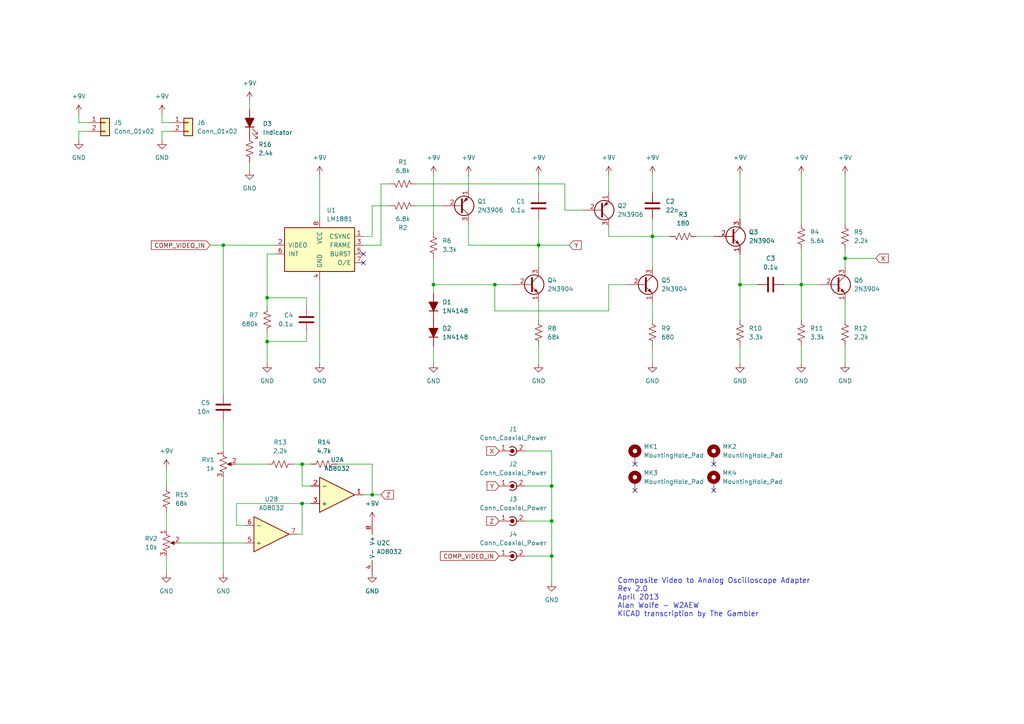
<source format=kicad_sch>
(kicad_sch (version 20211123) (generator eeschema)
  (paper "A4")
  (lib_symbols
    (symbol "Connector:Conn_Coaxial_Power" (pin_names (offset 1.016) hide)
      (property "Reference" "J" (at -5.08 -1.27 90))
      (property "Value" "Conn_Coaxial_Power" (at -3.175 -1.27 90))
      (symbol "Conn_Coaxial_Power_0_1"
        (arc (start -1.27 -1.27) (mid 0 -2.54) (end 1.27 -1.27) (stroke (width 0.254)))
        (arc (start -1.016 -0.508) (mid -1.2048 -0.8684) (end -1.27 -1.27) (stroke (width 0.254)))
        (circle (center 0 -1.27) (radius 0.508) (stroke (width 0.2032)) (fill (type outline)))
        (polyline (pts (xy 0 -2.54) (xy 0 -3.048)))
        (polyline (pts (xy 0 0) (xy 0 -1.27)))
        (arc (start 1.27 -1.27) (mid 1.2048 -0.8684) (end 1.016 -0.508) (stroke (width 0.254)))
      )
      (symbol "Conn_Coaxial_Power_1_1"
        (pin passive line (at 0 2.54 270) (length 2.54) (name "In") (number "1"))
        (pin passive line (at 0 -5.08 90) (length 2.54) (name "Ext") (number "2"))
      )
    )
    (symbol "Connector_Generic:Conn_01x02" (pin_names (offset 1.016) hide)
      (property "Reference" "J" (at 0 2.54 0))
      (property "Value" "Conn_01x02" (at 0 -5.08 0))
      (symbol "Conn_01x02_1_1"
        (rectangle (start -1.27 -2.413) (end 0 -2.667) (stroke (width 0.1524)))
        (rectangle (start -1.27 0.127) (end 0 -0.127) (stroke (width 0.1524)))
        (rectangle (start -1.27 1.27) (end 1.27 -3.81) (stroke (width 0.254)) (fill (type background)))
        (pin passive line (at -5.08 0 0) (length 3.81) (name "Pin_1") (number "1"))
        (pin passive line (at -5.08 -2.54 0) (length 3.81) (name "Pin_2") (number "2"))
      )
    )
    (symbol "Device:C" (pin_numbers hide) (pin_names (offset 0.254))
      (property "Reference" "C" (at 0.635 2.54 0))
      (property "Value" "C" (at 0.635 -2.54 0))
      (symbol "C_0_1"
        (polyline (pts (xy -2.032 -0.762) (xy 2.032 -0.762)) (stroke (width 0.508)))
        (polyline (pts (xy -2.032 0.762) (xy 2.032 0.762)) (stroke (width 0.508)))
      )
      (symbol "C_1_1"
        (pin passive line (at 0 3.81 270) (length 2.794) (name "~") (number "1"))
        (pin passive line (at 0 -3.81 90) (length 2.794) (name "~") (number "2"))
      )
    )
    (symbol "Device:D_Filled" (pin_numbers hide) (pin_names (offset 1.016) hide)
      (property "Reference" "D" (at 0 2.54 0))
      (property "Value" "D_Filled" (at 0 -2.54 0))
      (symbol "D_Filled_0_1"
        (polyline (pts (xy -1.27 1.27) (xy -1.27 -1.27)) (stroke (width 0.254)))
        (polyline (pts (xy 1.27 0) (xy -1.27 0)))
        (polyline (pts (xy 1.27 1.27) (xy 1.27 -1.27) (xy -1.27 0) (xy 1.27 1.27)) (stroke (width 0.254)) (fill (type outline)))
      )
      (symbol "D_Filled_1_1"
        (pin passive line (at -3.81 0 0) (length 2.54) (name "K") (number "1"))
        (pin passive line (at 3.81 0 180) (length 2.54) (name "A") (number "2"))
      )
    )
    (symbol "Device:LED_Filled" (pin_numbers hide) (pin_names (offset 1.016) hide)
      (property "Reference" "D" (at 0 2.54 0))
      (property "Value" "LED_Filled" (at 0 -2.54 0))
      (symbol "LED_Filled_0_1"
        (polyline (pts (xy -1.27 -1.27) (xy -1.27 1.27)) (stroke (width 0.254)))
        (polyline (pts (xy -1.27 0) (xy 1.27 0)))
        (polyline (pts (xy 1.27 -1.27) (xy 1.27 1.27) (xy -1.27 0) (xy 1.27 -1.27)) (stroke (width 0.254)) (fill (type outline)))
        (polyline (pts (xy -3.048 -0.762) (xy -4.572 -2.286) (xy -3.81 -2.286) (xy -4.572 -2.286) (xy -4.572 -1.524)))
        (polyline (pts (xy -1.778 -0.762) (xy -3.302 -2.286) (xy -2.54 -2.286) (xy -3.302 -2.286) (xy -3.302 -1.524)))
      )
      (symbol "LED_Filled_1_1"
        (pin passive line (at -3.81 0 0) (length 2.54) (name "K") (number "1"))
        (pin passive line (at 3.81 0 180) (length 2.54) (name "A") (number "2"))
      )
    )
    (symbol "Device:Opamp_Dual"
      (property "Reference" "U" (at 0 5.08 0))
      (property "Value" "Opamp_Dual" (at 0 -5.08 0))
      (symbol "Opamp_Dual_1_1"
        (polyline (pts (xy -5.08 5.08) (xy 5.08 0) (xy -5.08 -5.08) (xy -5.08 5.08)) (stroke (width 0.254)) (fill (type background)))
        (pin output line (at 7.62 0 180) (length 2.54) (name "~") (number "1"))
        (pin input line (at -7.62 -2.54 0) (length 2.54) (name "-") (number "2"))
        (pin input line (at -7.62 2.54 0) (length 2.54) (name "+") (number "3"))
      )
      (symbol "Opamp_Dual_2_1"
        (polyline (pts (xy -5.08 5.08) (xy 5.08 0) (xy -5.08 -5.08) (xy -5.08 5.08)) (stroke (width 0.254)) (fill (type background)))
        (pin input line (at -7.62 2.54 0) (length 2.54) (name "+") (number "5"))
        (pin input line (at -7.62 -2.54 0) (length 2.54) (name "-") (number "6"))
        (pin output line (at 7.62 0 180) (length 2.54) (name "~") (number "7"))
      )
      (symbol "Opamp_Dual_3_1"
        (pin power_in line (at -2.54 -7.62 90) (length 3.81) (name "V-") (number "4"))
        (pin power_in line (at -2.54 7.62 270) (length 3.81) (name "V+") (number "8"))
      )
    )
    (symbol "Device:R_Potentiometer_US" (pin_names (offset 1.016) hide)
      (property "Reference" "RV" (at -4.445 0 90))
      (property "Value" "R_Potentiometer_US" (at -2.54 0 90))
      (symbol "R_Potentiometer_US_0_1"
        (polyline (pts (xy 0 -2.286) (xy 0 -2.54)))
        (polyline (pts (xy 0 2.54) (xy 0 2.286)))
        (polyline (pts (xy 2.54 0) (xy 1.524 0)))
        (polyline (pts (xy 1.143 0) (xy 2.286 0.508) (xy 2.286 -0.508) (xy 1.143 0)) (fill (type outline)))
        (polyline (pts (xy 0 -0.762) (xy 1.016 -1.143) (xy 0 -1.524) (xy -1.016 -1.905) (xy 0 -2.286)))
        (polyline (pts (xy 0 0.762) (xy 1.016 0.381) (xy 0 0) (xy -1.016 -0.381) (xy 0 -0.762)))
        (polyline (pts (xy 0 2.286) (xy 1.016 1.905) (xy 0 1.524) (xy -1.016 1.143) (xy 0 0.762)))
      )
      (symbol "R_Potentiometer_US_1_1"
        (pin passive line (at 0 3.81 270) (length 1.27) (name "1") (number "1"))
        (pin passive line (at 3.81 0 180) (length 1.27) (name "2") (number "2"))
        (pin passive line (at 0 -3.81 90) (length 1.27) (name "3") (number "3"))
      )
    )
    (symbol "Device:R_US" (pin_numbers hide) (pin_names (offset 0))
      (property "Reference" "R" (at 2.54 0 90))
      (property "Value" "R_US" (at -2.54 0 90))
      (symbol "R_US_0_1"
        (polyline (pts (xy 0 -2.286) (xy 0 -2.54)))
        (polyline (pts (xy 0 2.286) (xy 0 2.54)))
        (polyline (pts (xy 0 -0.762) (xy 1.016 -1.143) (xy 0 -1.524) (xy -1.016 -1.905) (xy 0 -2.286)))
        (polyline (pts (xy 0 0.762) (xy 1.016 0.381) (xy 0 0) (xy -1.016 -0.381) (xy 0 -0.762)))
        (polyline (pts (xy 0 2.286) (xy 1.016 1.905) (xy 0 1.524) (xy -1.016 1.143) (xy 0 0.762)))
      )
      (symbol "R_US_1_1"
        (pin passive line (at 0 3.81 270) (length 1.27) (name "~") (number "1"))
        (pin passive line (at 0 -3.81 90) (length 1.27) (name "~") (number "2"))
      )
    )
    (symbol "Mechanical:MountingHole_Pad" (pin_numbers hide) (pin_names (offset 1.016) hide)
      (property "Reference" "H" (at 0 6.35 0))
      (property "Value" "MountingHole_Pad" (at 0 4.445 0))
      (symbol "MountingHole_Pad_0_1"
        (circle (center 0 1.27) (radius 1.27) (stroke (width 1.27)))
      )
      (symbol "MountingHole_Pad_1_1"
        (pin input line (at 0 -2.54 90) (length 2.54) (name "1") (number "1"))
      )
    )
    (symbol "Transistor_BJT:2N3904" (pin_names (offset 0) hide)
      (property "Reference" "Q" (at 5.08 1.905 0))
      (property "Value" "2N3904" (at 5.08 0 0))
      (symbol "2N3904_0_1"
        (polyline (pts (xy 0.635 0.635) (xy 2.54 2.54)))
        (polyline (pts (xy 0.635 -0.635) (xy 2.54 -2.54) (xy 2.54 -2.54)))
        (polyline (pts (xy 0.635 1.905) (xy 0.635 -1.905) (xy 0.635 -1.905)) (stroke (width 0.508)))
        (polyline (pts (xy 1.27 -1.778) (xy 1.778 -1.27) (xy 2.286 -2.286) (xy 1.27 -1.778) (xy 1.27 -1.778)) (fill (type outline)))
        (circle (center 1.27 0) (radius 2.8194) (stroke (width 0.254)))
      )
      (symbol "2N3904_1_1"
        (pin passive line (at 2.54 -5.08 90) (length 2.54) (name "E") (number "1"))
        (pin passive line (at -5.08 0 0) (length 5.715) (name "B") (number "2"))
        (pin passive line (at 2.54 5.08 270) (length 2.54) (name "C") (number "3"))
      )
    )
    (symbol "Transistor_BJT:2N3906" (pin_names (offset 0) hide)
      (property "Reference" "Q" (at 5.08 1.905 0))
      (property "Value" "2N3906" (at 5.08 0 0))
      (symbol "2N3906_0_1"
        (polyline (pts (xy 0.635 0.635) (xy 2.54 2.54)))
        (polyline (pts (xy 0.635 -0.635) (xy 2.54 -2.54) (xy 2.54 -2.54)))
        (polyline (pts (xy 0.635 1.905) (xy 0.635 -1.905) (xy 0.635 -1.905)) (stroke (width 0.508)))
        (polyline (pts (xy 2.286 -1.778) (xy 1.778 -2.286) (xy 1.27 -1.27) (xy 2.286 -1.778) (xy 2.286 -1.778)) (fill (type outline)))
        (circle (center 1.27 0) (radius 2.8194) (stroke (width 0.254)))
      )
      (symbol "2N3906_1_1"
        (pin passive line (at 2.54 -5.08 90) (length 2.54) (name "E") (number "1"))
        (pin input line (at -5.08 0 0) (length 5.715) (name "B") (number "2"))
        (pin passive line (at 2.54 5.08 270) (length 2.54) (name "C") (number "3"))
      )
    )
    (symbol "Video:LM1881" (pin_names (offset 1.016))
      (property "Reference" "U" (at -8.89 8.89 0))
      (property "Value" "LM1881" (at 6.35 8.89 0))
      (symbol "LM1881_0_1"
        (rectangle (start -10.16 7.62) (end 10.16 -5.08) (stroke (width 0.254)) (fill (type background)))
      )
      (symbol "LM1881_1_1"
        (pin output line (at 12.7 5.08 180) (length 2.54) (name "CSYNC") (number "1"))
        (pin input line (at -12.7 2.54 0) (length 2.54) (name "VIDEO") (number "2"))
        (pin output line (at 12.7 2.54 180) (length 2.54) (name "FRAME") (number "3"))
        (pin power_in line (at 0 -7.62 90) (length 2.54) (name "GND") (number "4"))
        (pin output line (at 12.7 0 180) (length 2.54) (name "BURST") (number "5"))
        (pin input line (at -12.7 0 0) (length 2.54) (name "INT") (number "6"))
        (pin output line (at 12.7 -2.54 180) (length 2.54) (name "O/E") (number "7"))
        (pin power_in line (at 0 10.16 270) (length 2.54) (name "VCC") (number "8"))
      )
    )
    (symbol "power:+9V" (power) (pin_names (offset 0))
      (property "Value" "+9V" (at 0 3.556 0))
      (symbol "+9V_0_1"
        (polyline (pts (xy -0.762 1.27) (xy 0 2.54)))
        (polyline (pts (xy 0 0) (xy 0 2.54)))
        (polyline (pts (xy 0 2.54) (xy 0.762 1.27)))
      )
      (symbol "+9V_1_1"
        (pin power_in line (at 0 0 90) (length 0) hide (name "+9V") (number "1"))
      )
    )
    (symbol "power:GND" (power) (pin_names (offset 0))
      (property "Value" "GND" (at 0 -3.81 0))
      (symbol "GND_0_1"
        (polyline (pts (xy 0 0) (xy 0 -1.27) (xy 1.27 -1.27) (xy 0 -2.54) (xy -1.27 -1.27) (xy 0 -1.27)))
      )
      (symbol "GND_1_1"
        (pin power_in line (at 0 0 270) (length 0) hide (name "GND") (number "1"))
      )
    )
  )
  (junction (at 160.02 151.13))
  (junction (at 64.77 71.12))
  (junction (at 77.47 99.06))
  (junction (at 107.95 143.51))
  (junction (at 214.63 82.55))
  (junction (at 87.63 134.62))
  (junction (at 125.73 82.55))
  (junction (at 87.63 146.05))
  (junction (at 77.47 86.36))
  (junction (at 232.41 82.55))
  (junction (at 160.02 140.97))
  (junction (at 245.11 74.93))
  (junction (at 156.21 71.12))
  (junction (at 160.02 161.29))
  (junction (at 143.51 82.55))
  (junction (at 189.23 68.58))
  (no_connect (at 105.41 76.2))
  (no_connect (at 105.41 73.66))
  (no_connect (at 207.01 142.24))
  (no_connect (at 184.15 142.24))
  (no_connect (at 184.15 134.62))
  (no_connect (at 207.01 134.62))
  (wire (pts (xy 105.41 68.58) (xy 107.95 68.58)))
  (wire (pts (xy 214.63 82.55) (xy 214.63 92.71)))
  (wire (pts (xy 85.09 134.62) (xy 87.63 134.62)))
  (wire (pts (xy 189.23 50.8) (xy 189.23 55.88)))
  (wire (pts (xy 120.65 53.34) (xy 163.83 53.34)))
  (wire (pts (xy 201.93 68.58) (xy 207.01 68.58)))
  (wire (pts (xy 152.4 130.81) (xy 160.02 130.81)))
  (wire (pts (xy 72.39 29.21) (xy 72.39 31.75)))
  (wire (pts (xy 48.26 148.59) (xy 48.26 153.67)))
  (wire (pts (xy 245.11 100.33) (xy 245.11 105.41)))
  (wire (pts (xy 156.21 71.12) (xy 156.21 77.47)))
  (wire (pts (xy 22.86 35.56) (xy 25.4 35.56)))
  (wire (pts (xy 22.86 33.02) (xy 22.86 35.56)))
  (wire (pts (xy 160.02 151.13) (xy 160.02 161.29)))
  (wire (pts (xy 214.63 100.33) (xy 214.63 105.41)))
  (wire (pts (xy 46.99 33.02) (xy 46.99 35.56)))
  (wire (pts (xy 105.41 71.12) (xy 110.49 71.12)))
  (wire (pts (xy 189.23 63.5) (xy 189.23 68.58)))
  (wire (pts (xy 107.95 143.51) (xy 105.41 143.51)))
  (wire (pts (xy 163.83 60.96) (xy 163.83 53.34)))
  (wire (pts (xy 152.4 161.29) (xy 160.02 161.29)))
  (wire (pts (xy 245.11 74.93) (xy 254 74.93)))
  (wire (pts (xy 156.21 100.33) (xy 156.21 105.41)))
  (wire (pts (xy 152.4 140.97) (xy 160.02 140.97)))
  (wire (pts (xy 88.9 96.52) (xy 88.9 99.06)))
  (wire (pts (xy 189.23 100.33) (xy 189.23 105.41)))
  (wire (pts (xy 88.9 99.06) (xy 77.47 99.06)))
  (wire (pts (xy 77.47 99.06) (xy 77.47 105.41)))
  (wire (pts (xy 232.41 82.55) (xy 232.41 92.71)))
  (wire (pts (xy 160.02 140.97) (xy 160.02 151.13)))
  (wire (pts (xy 245.11 72.39) (xy 245.11 74.93)))
  (wire (pts (xy 88.9 86.36) (xy 77.47 86.36)))
  (wire (pts (xy 46.99 35.56) (xy 49.53 35.56)))
  (wire (pts (xy 214.63 50.8) (xy 214.63 63.5)))
  (wire (pts (xy 152.4 151.13) (xy 160.02 151.13)))
  (wire (pts (xy 135.89 71.12) (xy 156.21 71.12)))
  (wire (pts (xy 120.65 59.69) (xy 128.27 59.69)))
  (wire (pts (xy 176.53 66.04) (xy 176.53 68.58)))
  (wire (pts (xy 125.73 50.8) (xy 125.73 67.31)))
  (wire (pts (xy 90.17 140.97) (xy 87.63 140.97)))
  (wire (pts (xy 64.77 121.92) (xy 64.77 130.81)))
  (wire (pts (xy 232.41 100.33) (xy 232.41 105.41)))
  (wire (pts (xy 64.77 71.12) (xy 80.01 71.12)))
  (wire (pts (xy 68.58 152.4) (xy 68.58 146.05)))
  (wire (pts (xy 48.26 161.29) (xy 48.26 166.37)))
  (wire (pts (xy 125.73 74.93) (xy 125.73 82.55)))
  (wire (pts (xy 72.39 46.99) (xy 72.39 49.53)))
  (wire (pts (xy 232.41 72.39) (xy 232.41 82.55)))
  (wire (pts (xy 232.41 82.55) (xy 237.49 82.55)))
  (wire (pts (xy 176.53 82.55) (xy 176.53 90.17)))
  (wire (pts (xy 107.95 134.62) (xy 107.95 143.51)))
  (wire (pts (xy 245.11 87.63) (xy 245.11 92.71)))
  (wire (pts (xy 110.49 53.34) (xy 113.03 53.34)))
  (wire (pts (xy 181.61 82.55) (xy 176.53 82.55)))
  (wire (pts (xy 52.07 157.48) (xy 71.12 157.48)))
  (wire (pts (xy 232.41 50.8) (xy 232.41 64.77)))
  (wire (pts (xy 160.02 130.81) (xy 160.02 140.97)))
  (wire (pts (xy 176.53 50.8) (xy 176.53 55.88)))
  (wire (pts (xy 214.63 73.66) (xy 214.63 82.55)))
  (wire (pts (xy 156.21 71.12) (xy 165.1 71.12)))
  (wire (pts (xy 125.73 82.55) (xy 143.51 82.55)))
  (wire (pts (xy 22.86 38.1) (xy 22.86 40.64)))
  (wire (pts (xy 110.49 71.12) (xy 110.49 53.34)))
  (wire (pts (xy 189.23 68.58) (xy 189.23 77.47)))
  (wire (pts (xy 143.51 82.55) (xy 148.59 82.55)))
  (wire (pts (xy 87.63 154.94) (xy 86.36 154.94)))
  (wire (pts (xy 92.71 81.28) (xy 92.71 105.41)))
  (wire (pts (xy 160.02 161.29) (xy 160.02 168.91)))
  (wire (pts (xy 46.99 38.1) (xy 46.99 40.64)))
  (wire (pts (xy 25.4 38.1) (xy 22.86 38.1)))
  (wire (pts (xy 48.26 135.89) (xy 48.26 140.97)))
  (wire (pts (xy 125.73 100.33) (xy 125.73 105.41)))
  (wire (pts (xy 168.91 60.96) (xy 163.83 60.96)))
  (wire (pts (xy 227.33 82.55) (xy 232.41 82.55)))
  (wire (pts (xy 80.01 73.66) (xy 77.47 73.66)))
  (wire (pts (xy 71.12 152.4) (xy 68.58 152.4)))
  (wire (pts (xy 49.53 38.1) (xy 46.99 38.1)))
  (wire (pts (xy 77.47 86.36) (xy 77.47 88.9)))
  (wire (pts (xy 90.17 146.05) (xy 87.63 146.05)))
  (wire (pts (xy 77.47 96.52) (xy 77.47 99.06)))
  (wire (pts (xy 214.63 82.55) (xy 219.71 82.55)))
  (wire (pts (xy 68.58 146.05) (xy 87.63 146.05)))
  (wire (pts (xy 107.95 68.58) (xy 107.95 59.69)))
  (wire (pts (xy 156.21 63.5) (xy 156.21 71.12)))
  (wire (pts (xy 92.71 50.8) (xy 92.71 63.5)))
  (wire (pts (xy 87.63 146.05) (xy 87.63 154.94)))
  (wire (pts (xy 87.63 134.62) (xy 90.17 134.62)))
  (wire (pts (xy 68.58 134.62) (xy 77.47 134.62)))
  (wire (pts (xy 87.63 134.62) (xy 87.63 140.97)))
  (wire (pts (xy 189.23 68.58) (xy 194.31 68.58)))
  (wire (pts (xy 245.11 74.93) (xy 245.11 77.47)))
  (wire (pts (xy 64.77 138.43) (xy 64.77 166.37)))
  (wire (pts (xy 143.51 90.17) (xy 143.51 82.55)))
  (wire (pts (xy 156.21 50.8) (xy 156.21 55.88)))
  (wire (pts (xy 97.79 134.62) (xy 107.95 134.62)))
  (wire (pts (xy 156.21 87.63) (xy 156.21 92.71)))
  (wire (pts (xy 176.53 90.17) (xy 143.51 90.17)))
  (wire (pts (xy 88.9 88.9) (xy 88.9 86.36)))
  (wire (pts (xy 176.53 68.58) (xy 189.23 68.58)))
  (wire (pts (xy 60.96 71.12) (xy 64.77 71.12)))
  (wire (pts (xy 64.77 71.12) (xy 64.77 114.3)))
  (wire (pts (xy 77.47 73.66) (xy 77.47 86.36)))
  (wire (pts (xy 125.73 82.55) (xy 125.73 85.09)))
  (wire (pts (xy 107.95 143.51) (xy 110.49 143.51)))
  (wire (pts (xy 135.89 64.77) (xy 135.89 71.12)))
  (wire (pts (xy 189.23 87.63) (xy 189.23 92.71)))
  (wire (pts (xy 107.95 59.69) (xy 113.03 59.69)))
  (wire (pts (xy 135.89 50.8) (xy 135.89 54.61)))
  (wire (pts (xy 245.11 50.8) (xy 245.11 64.77)))
  (text "Composite Video to Analog Oscilloscope Adapter\nRev 2.0\nApril 2013\nAlan Wolfe - W2AEW\nKiCAD transcription by The Gambler" (at 179.07 179.07 0) (effects (font (size 1.5 1.5)) (justify left bottom)))
  (global_label "COMP_VIDEO_IN" (shape input) (at 60.96 71.12 180) (property "Intersheet References" "${INTERSHEET_REFS}" (effects hide)))
  (global_label "X" (shape input) (at 254 74.93 0) (property "Intersheet References" "${INTERSHEET_REFS}" (effects hide)))
  (global_label "COMP_VIDEO_IN" (shape input) (at 144.78 161.29 180) (property "Intersheet References" "${INTERSHEET_REFS}" (effects hide)))
  (global_label "Y" (shape input) (at 165.1 71.12 0) (property "Intersheet References" "${INTERSHEET_REFS}" (effects hide)))
  (global_label "Y" (shape input) (at 144.78 140.97 180) (property "Intersheet References" "${INTERSHEET_REFS}" (effects hide)))
  (global_label "Z" (shape input) (at 110.49 143.51 0) (property "Intersheet References" "${INTERSHEET_REFS}" (effects hide)))
  (global_label "X" (shape input) (at 144.78 130.81 180) (property "Intersheet References" "${INTERSHEET_REFS}" (effects hide)))
  (global_label "Z" (shape input) (at 144.78 151.13 180) (property "Intersheet References" "${INTERSHEET_REFS}" (effects hide)))
  (symbol (lib_id "power:+9V") (at 135.89 50.8 0) (unit 1)
    (property "Reference" "#PWR0104" (effects hide))
    (property "Value" "+9V" (at 135.89 45.72 0))
  )
  (symbol (lib_id "power:+9V") (at 48.26 135.89 0) (unit 1)
    (property "Reference" "#PWR0108" (effects hide))
    (property "Value" "+9V" (at 48.26 130.81 0))
  )
  (symbol (lib_id "power:GND") (at 92.71 105.41 0) (unit 1)
    (property "Reference" "#PWR0122" (effects hide))
    (property "Value" "GND" (at 92.71 110.49 0))
  )
  (symbol (lib_id "power:GND") (at 46.99 40.64 0) (unit 1)
    (property "Reference" "#PWR0124" (effects hide))
    (property "Value" "GND" (at 46.99 45.72 0))
  )
  (symbol (lib_id "Device:R_US") (at 116.84 59.69 90) (mirror x) (unit 1)
    (property "Reference" "R2" (at 116.84 66.04 90))
    (property "Value" "6.8k" (at 116.84 63.5 90))
    (property "Footprint" "Resistor_SMD:R_0805_2012Metric_Pad1.20x1.40mm_HandSolder" (effects hide))
  )
  (symbol (lib_id "Device:C") (at 88.9 92.71 0) (mirror x) (unit 1)
    (property "Reference" "C4" (at 85.09 91.4399 0) (effects (justify right)))
    (property "Value" "0.1u" (at 85.09 93.9799 0) (effects (justify right)))
    (property "Footprint" "Capacitor_SMD:C_0805_2012Metric_Pad1.18x1.45mm_HandSolder" (effects hide))
  )
  (symbol (lib_id "power:GND") (at 48.26 166.37 0) (unit 1)
    (property "Reference" "#PWR0109" (effects hide))
    (property "Value" "GND" (at 48.26 171.45 0))
  )
  (symbol (lib_id "power:GND") (at 64.77 166.37 0) (unit 1)
    (property "Reference" "#PWR0110" (effects hide))
    (property "Value" "GND" (at 64.77 171.45 0))
  )
  (symbol (lib_id "power:+9V") (at 72.39 29.21 0) (unit 1)
    (property "Reference" "#PWR0127" (effects hide))
    (property "Value" "+9V" (at 72.39 24.13 0))
  )
  (symbol (lib_id "power:+9V") (at 46.99 33.02 0) (unit 1)
    (property "Reference" "#PWR0125" (effects hide))
    (property "Value" "+9V" (at 46.99 27.94 0))
  )
  (symbol (lib_id "Device:R_US") (at 232.41 96.52 0) (unit 1)
    (property "Reference" "R11" (at 234.95 95.2499 0) (effects (justify left)))
    (property "Value" "3.3k" (at 234.95 97.7899 0) (effects (justify left)))
    (property "Footprint" "Resistor_SMD:R_0805_2012Metric_Pad1.20x1.40mm_HandSolder" (effects hide))
  )
  (symbol (lib_id "Connector_Generic:Conn_01x02") (at 54.61 35.56 0) (unit 1)
    (property "Reference" "J6" (at 57.15 35.5599 0) (effects (justify left)))
    (property "Value" "Conn_01x02" (at 57.15 38.0999 0) (effects (justify left)))
    (property "Footprint" "Connector_BarrelJack:BarrelJack_CUI_PJ-063AH_Horizontal" (effects hide))
  )
  (symbol (lib_id "Device:C") (at 189.23 59.69 180) (unit 1)
    (property "Reference" "C2" (at 193.04 58.4199 0) (effects (justify right)))
    (property "Value" "22n" (at 193.04 60.9599 0) (effects (justify right)))
    (property "Footprint" "Capacitor_SMD:C_0805_2012Metric_Pad1.18x1.45mm_HandSolder" (effects hide))
  )
  (symbol (lib_id "power:+9V") (at 22.86 33.02 0) (unit 1)
    (property "Reference" "#PWR0128" (effects hide))
    (property "Value" "+9V" (at 22.86 27.94 0))
  )
  (symbol (lib_id "Device:C") (at 64.77 118.11 0) (mirror x) (unit 1)
    (property "Reference" "C5" (at 60.96 116.8399 0) (effects (justify right)))
    (property "Value" "10n" (at 60.96 119.3799 0) (effects (justify right)))
    (property "Footprint" "Capacitor_SMD:C_0805_2012Metric_Pad1.18x1.45mm_HandSolder" (effects hide))
  )
  (symbol (lib_id "Device:R_US") (at 214.63 96.52 0) (unit 1)
    (property "Reference" "R10" (at 217.17 95.2499 0) (effects (justify left)))
    (property "Value" "3.3k" (at 217.17 97.7899 0) (effects (justify left)))
    (property "Footprint" "Resistor_SMD:R_0805_2012Metric_Pad1.20x1.40mm_HandSolder" (effects hide))
  )
  (symbol (lib_id "power:+9V") (at 92.71 50.8 0) (unit 1)
    (property "Reference" "#PWR0101" (effects hide))
    (property "Value" "+9V" (at 92.71 45.72 0))
  )
  (symbol (lib_id "power:GND") (at 107.95 166.37 0) (unit 1)
    (property "Reference" "#PWR0111" (effects hide))
    (property "Value" "GND" (at 107.95 171.45 0))
  )
  (symbol (lib_id "Connector_Generic:Conn_01x02") (at 30.48 35.56 0) (unit 1)
    (property "Reference" "J5" (at 33.02 35.5599 0) (effects (justify left)))
    (property "Value" "Conn_01x02" (at 33.02 38.0999 0) (effects (justify left)))
    (property "Footprint" "Connector_Molex:Molex_KK-396_A-41791-0002_1x02_P3.96mm_Vertical" (effects hide))
  )
  (symbol (lib_id "power:+9V") (at 107.95 151.13 0) (unit 1)
    (property "Reference" "#PWR0112" (effects hide))
    (property "Value" "+9V" (at 107.95 146.05 0))
  )
  (symbol (lib_id "Mechanical:MountingHole_Pad") (at 207.01 132.08 0) (unit 1)
    (property "Reference" "MK2" (at 209.55 129.5399 0) (effects (justify left)))
    (property "Value" "MountingHole_Pad" (at 209.55 132.0799 0) (effects (justify left)))
    (property "Footprint" "Mounting_Holes:MountingHole_3.2mm_M3_ISO7380" (effects hide))
  )
  (symbol (lib_id "Device:C") (at 223.52 82.55 90) (unit 1)
    (property "Reference" "C3" (at 223.52 74.93 90))
    (property "Value" "0.1u" (at 223.52 77.47 90))
    (property "Footprint" "Capacitor_SMD:C_0805_2012Metric_Pad1.18x1.45mm_HandSolder" (effects hide))
  )
  (symbol (lib_id "power:GND") (at 72.39 49.53 0) (unit 1)
    (property "Reference" "#PWR0126" (effects hide))
    (property "Value" "GND" (at 72.39 54.61 0))
  )
  (symbol (lib_id "Transistor_BJT:2N3906") (at 173.99 60.96 0) (mirror x) (unit 1)
    (property "Reference" "Q2" (at 179.07 59.6899 0) (effects (justify left)))
    (property "Value" "2N3906" (at 179.07 62.2299 0) (effects (justify left)))
    (property "Footprint" "Package_TO_SOT_SMD:SOT-23" (effects hide))
    (property "Datasheet" "https://www.onsemi.com/pub/Collateral/2N3906-D.PDF" (effects hide))
  )
  (symbol (lib_id "Device:R_US") (at 77.47 92.71 0) (mirror x) (unit 1)
    (property "Reference" "R7" (at 74.93 91.4399 0) (effects (justify right)))
    (property "Value" "680k" (at 74.93 93.9799 0) (effects (justify right)))
    (property "Footprint" "Resistor_SMD:R_0805_2012Metric_Pad1.20x1.40mm_HandSolder" (effects hide))
  )
  (symbol (lib_id "Device:R_US") (at 72.39 43.18 0) (unit 1)
    (property "Reference" "R16" (at 74.93 41.9099 0) (effects (justify left)))
    (property "Value" "2.4k" (at 74.93 44.4499 0) (effects (justify left)))
    (property "Footprint" "Resistor_SMD:R_0805_2012Metric_Pad1.20x1.40mm_HandSolder" (effects hide))
  )
  (symbol (lib_id "Device:R_US") (at 116.84 53.34 270) (mirror x) (unit 1)
    (property "Reference" "R1" (at 116.84 46.99 90))
    (property "Value" "6.8k" (at 116.84 49.53 90))
    (property "Footprint" "Resistor_SMD:R_0805_2012Metric_Pad1.20x1.40mm_HandSolder" (effects hide))
  )
  (symbol (lib_id "power:GND") (at 125.73 105.41 0) (unit 1)
    (property "Reference" "#PWR0107" (effects hide))
    (property "Value" "GND" (at 125.73 110.49 0))
  )
  (symbol (lib_id "Mechanical:MountingHole_Pad") (at 184.15 139.7 0) (unit 1)
    (property "Reference" "MK3" (at 186.69 137.1599 0) (effects (justify left)))
    (property "Value" "MountingHole_Pad" (at 186.69 139.6999 0) (effects (justify left)))
    (property "Footprint" "Mounting_Holes:MountingHole_3.2mm_M3_ISO7380" (effects hide))
  )
  (symbol (lib_id "Device:R_US") (at 198.12 68.58 270) (mirror x) (unit 1)
    (property "Reference" "R3" (at 198.12 62.23 90))
    (property "Value" "180" (at 198.12 64.77 90))
    (property "Footprint" "Resistor_SMD:R_0805_2012Metric_Pad1.20x1.40mm_HandSolder" (effects hide))
  )
  (symbol (lib_id "power:+9V") (at 125.73 50.8 0) (unit 1)
    (property "Reference" "#PWR0105" (effects hide))
    (property "Value" "+9V" (at 125.73 45.72 0))
  )
  (symbol (lib_id "Device:R_Potentiometer_US") (at 64.77 134.62 0) (unit 1)
    (property "Reference" "RV1" (at 62.23 133.3499 0) (effects (justify right)))
    (property "Value" "1k" (at 62.23 135.8899 0) (effects (justify right)))
    (property "Footprint" "Potentiometer_THT:Potentiometer_Piher_PC-16_Single_Vertical" (effects hide))
  )
  (symbol (lib_id "Device:Opamp_Dual") (at 78.74 154.94 0) (mirror x) (unit 2)
    (property "Reference" "U2" (at 78.74 144.78 0))
    (property "Value" "AD8032" (at 78.74 147.32 0))
    (property "Footprint" "Package_SO:SOIC-8_3.9x4.9mm_P1.27mm" (effects hide))
  )
  (symbol (lib_id "Device:R_US") (at 48.26 144.78 0) (unit 1)
    (property "Reference" "R15" (at 50.8 143.5099 0) (effects (justify left)))
    (property "Value" "68k" (at 50.8 146.0499 0) (effects (justify left)))
    (property "Footprint" "Resistor_SMD:R_0805_2012Metric_Pad1.20x1.40mm_HandSolder" (effects hide))
  )
  (symbol (lib_id "Transistor_BJT:2N3904") (at 212.09 68.58 0) (unit 1)
    (property "Reference" "Q3" (at 217.17 67.3099 0) (effects (justify left)))
    (property "Value" "2N3904" (at 217.17 69.8499 0) (effects (justify left)))
    (property "Footprint" "Package_TO_SOT_SMD:SOT-23" (effects hide))
    (property "Datasheet" "https://www.onsemi.com/pub/Collateral/2N3903-D.PDF" (effects hide))
  )
  (symbol (lib_id "Transistor_BJT:2N3904") (at 242.57 82.55 0) (unit 1)
    (property "Reference" "Q6" (at 247.65 81.2799 0) (effects (justify left)))
    (property "Value" "2N3904" (at 247.65 83.8199 0) (effects (justify left)))
    (property "Footprint" "Package_TO_SOT_SMD:SOT-23" (effects hide))
    (property "Datasheet" "https://www.onsemi.com/pub/Collateral/2N3903-D.PDF" (effects hide))
  )
  (symbol (lib_id "Device:R_US") (at 125.73 71.12 0) (unit 1)
    (property "Reference" "R6" (at 128.27 69.8499 0) (effects (justify left)))
    (property "Value" "3.3k" (at 128.27 72.3899 0) (effects (justify left)))
    (property "Footprint" "Resistor_SMD:R_0805_2012Metric_Pad1.20x1.40mm_HandSolder" (effects hide))
  )
  (symbol (lib_id "power:+9V") (at 245.11 50.8 0) (unit 1)
    (property "Reference" "#PWR0118" (effects hide))
    (property "Value" "+9V" (at 245.11 45.72 0))
  )
  (symbol (lib_id "Device:D_Filled") (at 125.73 96.52 90) (unit 1)
    (property "Reference" "D2" (at 128.27 95.2499 90) (effects (justify right)))
    (property "Value" "1N4148" (at 128.27 97.7899 90) (effects (justify right)))
    (property "Footprint" "Diode_SMD:D_SOD-123" (effects hide))
  )
  (symbol (lib_id "power:GND") (at 214.63 105.41 0) (unit 1)
    (property "Reference" "#PWR0114" (effects hide))
    (property "Value" "GND" (at 214.63 110.49 0))
  )
  (symbol (lib_id "power:GND") (at 245.11 105.41 0) (unit 1)
    (property "Reference" "#PWR0116" (effects hide))
    (property "Value" "GND" (at 245.11 110.49 0))
  )
  (symbol (lib_id "Mechanical:MountingHole_Pad") (at 184.15 132.08 0) (unit 1)
    (property "Reference" "MK1" (at 186.69 129.5399 0) (effects (justify left)))
    (property "Value" "MountingHole_Pad" (at 186.69 132.0799 0) (effects (justify left)))
    (property "Footprint" "Mounting_Holes:MountingHole_3.2mm_M3_ISO7380" (effects hide))
  )
  (symbol (lib_id "Device:R_US") (at 245.11 96.52 0) (unit 1)
    (property "Reference" "R12" (at 247.65 95.2499 0) (effects (justify left)))
    (property "Value" "2.2k" (at 247.65 97.7899 0) (effects (justify left)))
    (property "Footprint" "Resistor_SMD:R_0805_2012Metric_Pad1.20x1.40mm_HandSolder" (effects hide))
  )
  (symbol (lib_id "power:+9V") (at 232.41 50.8 0) (unit 1)
    (property "Reference" "#PWR0117" (effects hide))
    (property "Value" "+9V" (at 232.41 45.72 0))
  )
  (symbol (lib_id "power:GND") (at 156.21 105.41 0) (unit 1)
    (property "Reference" "#PWR0106" (effects hide))
    (property "Value" "GND" (at 156.21 110.49 0))
  )
  (symbol (lib_id "power:+9V") (at 156.21 50.8 0) (unit 1)
    (property "Reference" "#PWR0103" (effects hide))
    (property "Value" "+9V" (at 156.21 45.72 0))
  )
  (symbol (lib_id "power:GND") (at 160.02 168.91 0) (unit 1)
    (property "Reference" "#PWR0123" (effects hide))
    (property "Value" "GND" (at 160.02 173.99 0))
  )
  (symbol (lib_id "Device:R_US") (at 81.28 134.62 90) (unit 1)
    (property "Reference" "R13" (at 81.28 128.27 90))
    (property "Value" "2.2k" (at 81.28 130.81 90))
    (property "Footprint" "Resistor_SMD:R_0805_2012Metric_Pad1.20x1.40mm_HandSolder" (effects hide))
  )
  (symbol (lib_id "Connector:Conn_Coaxial_Power") (at 147.32 161.29 90) (unit 1)
    (property "Reference" "J4" (at 148.844 154.94 90))
    (property "Value" "Conn_Coaxial_Power" (at 148.844 157.48 90))
    (property "Footprint" "Connector_Coaxial:BNC_TEConnectivity_1478035_Horizontal" (effects hide))
  )
  (symbol (lib_id "Device:R_US") (at 232.41 68.58 0) (unit 1)
    (property "Reference" "R4" (at 234.95 67.3099 0) (effects (justify left)))
    (property "Value" "5.6k" (at 234.95 69.8499 0) (effects (justify left)))
    (property "Footprint" "Resistor_SMD:R_0805_2012Metric_Pad1.20x1.40mm_HandSolder" (effects hide))
  )
  (symbol (lib_id "power:+9V") (at 176.53 50.8 0) (unit 1)
    (property "Reference" "#PWR0102" (effects hide))
    (property "Value" "+9V" (at 176.53 45.72 0))
  )
  (symbol (lib_id "power:GND") (at 232.41 105.41 0) (unit 1)
    (property "Reference" "#PWR0115" (effects hide))
    (property "Value" "GND" (at 232.41 110.49 0))
  )
  (symbol (lib_id "Device:LED_Filled") (at 72.39 35.56 90) (unit 1)
    (property "Reference" "D3" (at 76.2 35.8774 90) (effects (justify right)))
    (property "Value" "Indicator" (at 76.2 38.4174 90) (effects (justify right)))
    (property "Footprint" "LED_SMD:LED_0805_2012Metric_Pad1.15x1.40mm_HandSolder" (effects hide))
  )
  (symbol (lib_id "power:GND") (at 189.23 105.41 0) (unit 1)
    (property "Reference" "#PWR0113" (effects hide))
    (property "Value" "GND" (at 189.23 110.49 0))
  )
  (symbol (lib_id "Video:LM1881") (at 92.71 73.66 0) (unit 1)
    (property "Reference" "U1" (at 94.7294 60.96 0) (effects (justify left)))
    (property "Value" "LM1881" (at 94.7294 63.5 0) (effects (justify left)))
    (property "Footprint" "Package_SO:SOIC-8_3.9x4.9mm_P1.27mm" (effects hide))
  )
  (symbol (lib_id "Device:R_US") (at 93.98 134.62 90) (unit 1)
    (property "Reference" "R14" (at 93.98 128.27 90))
    (property "Value" "4.7k" (at 93.98 130.81 90))
    (property "Footprint" "Resistor_SMD:R_0805_2012Metric_Pad1.20x1.40mm_HandSolder" (effects hide))
  )
  (symbol (lib_id "Connector:Conn_Coaxial_Power") (at 147.32 151.13 90) (unit 1)
    (property "Reference" "J3" (at 148.844 144.78 90))
    (property "Value" "Conn_Coaxial_Power" (at 148.844 147.32 90))
    (property "Footprint" "Connector_Coaxial:BNC_TEConnectivity_1478035_Horizontal" (effects hide))
  )
  (symbol (lib_id "Device:R_US") (at 156.21 96.52 0) (unit 1)
    (property "Reference" "R8" (at 158.75 95.2499 0) (effects (justify left)))
    (property "Value" "68k" (at 158.75 97.7899 0) (effects (justify left)))
    (property "Footprint" "Resistor_SMD:R_0805_2012Metric_Pad1.20x1.40mm_HandSolder" (effects hide))
  )
  (symbol (lib_id "Device:C") (at 156.21 59.69 0) (mirror x) (unit 1)
    (property "Reference" "C1" (at 152.4 58.4199 0) (effects (justify right)))
    (property "Value" "0.1u" (at 152.4 60.9599 0) (effects (justify right)))
    (property "Footprint" "Capacitor_SMD:C_0805_2012Metric_Pad1.18x1.45mm_HandSolder" (effects hide))
  )
  (symbol (lib_id "Device:D_Filled") (at 125.73 88.9 90) (unit 1)
    (property "Reference" "D1" (at 128.27 87.6299 90) (effects (justify right)))
    (property "Value" "1N4148" (at 128.27 90.1699 90) (effects (justify right)))
    (property "Footprint" "Diode_SMD:D_SOD-123" (effects hide))
  )
  (symbol (lib_id "power:GND") (at 77.47 105.41 0) (unit 1)
    (property "Reference" "#PWR0121" (effects hide))
    (property "Value" "GND" (at 77.47 110.49 0))
  )
  (symbol (lib_id "power:GND") (at 22.86 40.64 0) (unit 1)
    (property "Reference" "#PWR0129" (effects hide))
    (property "Value" "GND" (at 22.86 45.72 0))
  )
  (symbol (lib_id "Transistor_BJT:2N3906") (at 133.35 59.69 0) (mirror x) (unit 1)
    (property "Reference" "Q1" (at 138.43 58.4199 0) (effects (justify left)))
    (property "Value" "2N3906" (at 138.43 60.9599 0) (effects (justify left)))
    (property "Footprint" "Package_TO_SOT_SMD:SOT-23" (effects hide))
    (property "Datasheet" "https://www.onsemi.com/pub/Collateral/2N3906-D.PDF" (effects hide))
  )
  (symbol (lib_id "power:+9V") (at 214.63 50.8 0) (unit 1)
    (property "Reference" "#PWR0119" (effects hide))
    (property "Value" "+9V" (at 214.63 45.72 0))
  )
  (symbol (lib_id "power:+9V") (at 189.23 50.8 0) (unit 1)
    (property "Reference" "#PWR0120" (effects hide))
    (property "Value" "+9V" (at 189.23 45.72 0))
  )
  (symbol (lib_id "Connector:Conn_Coaxial_Power") (at 147.32 140.97 90) (unit 1)
    (property "Reference" "J2" (at 148.844 134.62 90))
    (property "Value" "Conn_Coaxial_Power" (at 148.844 137.16 90))
    (property "Footprint" "Connector_Coaxial:BNC_TEConnectivity_1478035_Horizontal" (effects hide))
  )
  (symbol (lib_id "Mechanical:MountingHole_Pad") (at 207.01 139.7 0) (unit 1)
    (property "Reference" "MK4" (at 209.55 137.1599 0) (effects (justify left)))
    (property "Value" "MountingHole_Pad" (at 209.55 139.6999 0) (effects (justify left)))
    (property "Footprint" "Mounting_Holes:MountingHole_3.2mm_M3_ISO7380" (effects hide))
  )
  (symbol (lib_id "Device:Opamp_Dual") (at 110.49 158.75 0) (unit 3)
    (property "Reference" "U2" (at 109.22 157.4799 0) (effects (justify left)))
    (property "Value" "AD8032" (at 109.22 160.0199 0) (effects (justify left)))
    (property "Footprint" "Package_SO:SOIC-8_3.9x4.9mm_P1.27mm" (effects hide))
  )
  (symbol (lib_id "Device:R_US") (at 189.23 96.52 0) (unit 1)
    (property "Reference" "R9" (at 191.77 95.2499 0) (effects (justify left)))
    (property "Value" "680" (at 191.77 97.7899 0) (effects (justify left)))
    (property "Footprint" "Resistor_SMD:R_0805_2012Metric_Pad1.20x1.40mm_HandSolder" (effects hide))
  )
  (symbol (lib_id "Transistor_BJT:2N3904") (at 153.67 82.55 0) (unit 1)
    (property "Reference" "Q4" (at 158.75 81.2799 0) (effects (justify left)))
    (property "Value" "2N3904" (at 158.75 83.8199 0) (effects (justify left)))
    (property "Footprint" "Package_TO_SOT_SMD:SOT-23" (effects hide))
    (property "Datasheet" "https://www.onsemi.com/pub/Collateral/2N3903-D.PDF" (effects hide))
  )
  (symbol (lib_id "Transistor_BJT:2N3904") (at 186.69 82.55 0) (unit 1)
    (property "Reference" "Q5" (at 191.77 81.2799 0) (effects (justify left)))
    (property "Value" "2N3904" (at 191.77 83.8199 0) (effects (justify left)))
    (property "Footprint" "Package_TO_SOT_SMD:SOT-23" (effects hide))
    (property "Datasheet" "https://www.onsemi.com/pub/Collateral/2N3903-D.PDF" (effects hide))
  )
  (symbol (lib_id "Device:R_Potentiometer_US") (at 48.26 157.48 0) (unit 1)
    (property "Reference" "RV2" (at 45.72 156.2099 0) (effects (justify right)))
    (property "Value" "10k" (at 45.72 158.7499 0) (effects (justify right)))
    (property "Footprint" "Potentiometer_THT:Potentiometer_Piher_PC-16_Single_Vertical" (effects hide))
  )
  (symbol (lib_id "Connector:Conn_Coaxial_Power") (at 147.32 130.81 90) (unit 1)
    (property "Reference" "J1" (at 148.844 124.46 90))
    (property "Value" "Conn_Coaxial_Power" (at 148.844 127 90))
    (property "Footprint" "Connector_Coaxial:BNC_TEConnectivity_1478035_Horizontal" (effects hide))
  )
  (symbol (lib_id "Device:Opamp_Dual") (at 97.79 143.51 0) (mirror x) (unit 1)
    (property "Reference" "U2" (at 97.79 133.35 0))
    (property "Value" "AD8032" (at 97.79 135.89 0))
    (property "Footprint" "Package_SO:SOIC-8_3.9x4.9mm_P1.27mm" (effects hide))
  )
  (symbol (lib_id "Device:R_US") (at 245.11 68.58 0) (unit 1)
    (property "Reference" "R5" (at 247.65 67.3099 0) (effects (justify left)))
    (property "Value" "2.2k" (at 247.65 69.8499 0) (effects (justify left)))
    (property "Footprint" "Resistor_SMD:R_0805_2012Metric_Pad1.20x1.40mm_HandSolder" (effects hide))
  )
)
</source>
